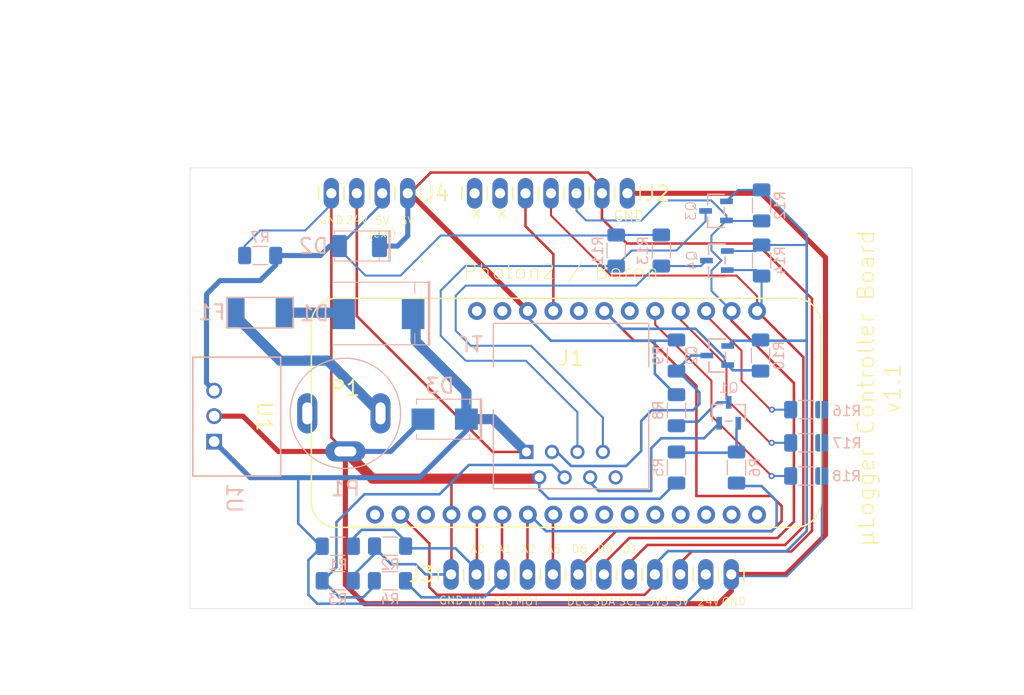
<source format=kicad_pcb>
(kicad_pcb (version 20241229) (generator "pcbnew") (generator_version "9.0")
  (title_block (title "${PROJ_TITLE}") (date "2025-11-13") (rev "${PROJ_REV}"))
  (layers (0 "F.Cu" signal) (2 "B.Cu" signal) (13 "F.Paste" user) (15 "B.Paste" user) (5 "F.SilkS" user "F.Silkscreen") (7 "B.SilkS" user "B.Silkscreen") (1 "F.Mask" user) (3 "B.Mask" user) (25 "Edge.Cuts" user))
  (property "PROJ_AUTHOR" "Sebastian Kopf")
  (property "PROJ_REV" "1.1")
  (property "PROJ_TITLE" "µLogger Controller Board")
  (net 0 "")
  (net 1 "GND")
  (net 2 "/A2-MOTOR")
  (net 3 "/D1-SCL")
  (net 4 "/A0-VIN")
  (net 5 "/D6-DECO")
  (net 6 "/D0-SDA")
  (net 7 "+5Vout")
  (net 8 "/A1-SIGNAL")
  (net 9 "Net-(D1-A)")
  (net 10 "/5V-DECO")
  (net 11 "Net-(F1-Pad2)")
  (net 12 "/5V-SCL")
  (net 13 "/5V-SPEED")
  (net 14 "/SIGNAL")
  (net 15 "/5V-SDA")
  (net 16 "/D10-RST")
  (net 17 "+5V")
  (net 18 "+24V")
  (net 19 "+3V3")
  (net 20 "Net-(Q1-D)")
  (net 21 "Net-(Q1-G)")
  (net 22 "/EN")
  (net 23 "/D2")
  (net 24 "/MISO")
  (net 25 "/MODE")
  (net 26 "/S4")
  (net 27 "/SCK")
  (net 28 "/D4")
  (net 29 "/RX")
  (net 30 "/TX")
  (net 31 "/RST")
  (net 32 "/MOSI")
  (net 33 "/LI+")
  (net 34 "/D7")
  (net 35 "/NC")
  (net 36 "/D5")
  (net 37 "/S3")
  (net 38 "/D3")
  (net 42 "/A5")
  (net 43 "unconnected-(J1-Pad8)")
  (footprint "footprints:MountingHole_2.5mm_M2.5" (layer "F.Cu") (at 164 120.75)
    (property "Reference" "H7" (hide yes))
    (property "Value" "MountingHole_2.5mm_M2.5" (hide yes))
  )
  (footprint "footprints:MountingHole_2.5mm_M2.5" (layer "F.Cu") (at 102.5 121.5)
    (property "Reference" "H4" (hide yes))
    (property "Value" "MountingHole_2.5mm_M2.5" (hide yes))
  )
  (footprint "footprints:PHOTON2" (layer "F.Cu") (at 162.904 115.625 90)
    (property "Reference" "U2" (hide yes))
    (property "Value" "Particle2 / Boron" (hide yes))
  )
  (footprint "footprints:MountingHole_2.5mm_M2.5" (layer "F.Cu") (at 169.5 121.5)
    (property "Reference" "H3" (hide yes))
    (property "Value" "MountingHole_2.5mm_M2.5" (hide yes))
  )
  (footprint "footprints:MountingHole_2.5mm_M2.5" (layer "F.Cu") (at 108 82.75)
    (property "Reference" "H5" (hide yes))
    (property "Value" "MountingHole_2.5mm_M2.5" (hide yes))
  )
  (footprint "footprints:MountingHole_2.5mm_M2.5" (layer "F.Cu") (at 169.5 82)
    (property "Reference" "H2" (hide yes))
    (property "Value" "MountingHole_2.5mm_M2.5" (hide yes))
  )
  (footprint "footprints:PIN_HEADERS_1X12" (layer "F.Cu") (at 140.005 120.321)
    (property "Reference" "J3")
    (property "Value" "Conn_01x12" (hide yes))
  )
  (footprint "footprints:MountingHole_2.5mm_M2.5" (layer "F.Cu") (at 108 120.75)
    (property "Reference" "H8" (hide yes))
    (property "Value" "MountingHole_2.5mm_M2.5" (hide yes))
  )
  (footprint "footprints:MountingHole_2.5mm_M2.5" (layer "F.Cu") (at 164 82.75)
    (property "Reference" "H6" (hide yes))
    (property "Value" "MountingHole_2.5mm_M2.5" (hide yes))
  )
  (footprint "footprints:PIN_HEADERS_1X07" (layer "F.Cu") (at 136 82.29 180)
    (property "Reference" "J2")
    (property "Value" "Conn_01x07" (hide yes))
  )
  (footprint "footprints:PIN_HEADERS_1X04" (layer "F.Cu") (at 117.907 82.29)
    (property "Reference" "J4")
    (property "Value" "PINHD-1X4" (hide yes))
  )
  (footprint "footprints:MountingHole_2.5mm_M2.5" (layer "F.Cu") (at 102.5 82)
    (property "Reference" "H1" (hide yes))
    (property "Value" "MountingHole_2.5mm_M2.5" (hide yes))
  )
  (footprint "footprints:Fuse_1812" (layer "B.Cu") (at 107 94.202 180)
    (property "Reference" "F1")
    (property "Value" "33V/750mA/1.5A")
  )
  (footprint "footprints:R_1206" (layer "B.Cu") (at 107 88.5 180)
    (property "Reference" "R7")
    (property "Value" "10kΩ")
  )
  (footprint "footprints:SOT-23-3" (layer "B.Cu") (at 152.5414 89 -90)
    (property "Reference" "Q4")
    (property "Value" "220mA / 50V" (hide yes))
  )
  (footprint "footprints:SOT-23-3" (layer "B.Cu") (at 152.578 98.477 -90)
    (property "Reference" "Q2")
    (property "Value" "220mA / 50V" (hide yes))
  )
  (footprint "footprints:R_1206" (layer "B.Cu") (at 148.514 109.653 -90)
    (property "Reference" "R5")
    (property "Value" "10kΩ")
  )
  (footprint "footprints:D_DO-214AA_SMB" (layer "B.Cu") (at 125.4 104.827 180)
    (property "Reference" "D3")
    (property "Value" "40V")
  )
  (footprint "footprints:R_1206" (layer "B.Cu") (at 157 89 90)
    (property "Reference" "R14")
    (property "Value" "10kΩ")
  )
  (footprint "footprints:R_1206" (layer "B.Cu") (at 154.5 109.653 90)
    (property "Reference" "R6")
    (property "Value" "150Ω")
  )
  (footprint "footprints:SOT-23-3" (layer "B.Cu") (at 152.4586 84.0475 -90)
    (property "Reference" "Q3")
    (property "Value" "220mA / 50V" (hide yes))
  )
  (footprint "footprints:R_1206" (layer "B.Cu") (at 119.952591 117.5)
    (property "Reference" "R2")
    (property "Value" "10kΩ")
  )
  (footprint "footprints:R_1206" (layer "B.Cu") (at 161.45 110.5 180)
    (property "Reference" "R18")
    (property "Value" "10kΩ")
  )
  (footprint "footprints:PWR_JACK_PJ-064A" (layer "B.Cu") (at 119 104.25 180)
    (property "Reference" "P1")
    (property "Value" "24V / 5A")
  )
  (footprint "footprints:R_1206" (layer "B.Cu") (at 161.45 107.19 180)
    (property "Reference" "R17")
    (property "Value" "10kΩ")
  )
  (footprint "footprints:D_DO-214AB_SMC" (layer "B.Cu") (at 119.0116 94.286 180)
    (property "Reference" "D1")
    (property "Value" "3A/60V/750mV")
  )
  (footprint "footprints:R_1206" (layer "B.Cu") (at 156.896 98.477 90)
    (property "Reference" "R10")
    (property "Value" "10kΩ")
  )
  (footprint "footprints:R_1206" (layer "B.Cu") (at 157 83.5 90)
    (property "Reference" "R12")
    (property "Value" "10kΩ")
  )
  (footprint "footprints:R_1206" (layer "B.Cu") (at 161.45 103.88 180)
    (property "Reference" "R16")
    (property "Value" "10kΩ")
  )
  (footprint "footprints:R_1206" (layer "B.Cu") (at 142.5 88 -90)
    (property "Reference" "R11")
    (property "Value" "10kΩ")
  )
  (footprint "footprints:R_1206" (layer "B.Cu") (at 114.732 120.956)
    (property "Reference" "R3")
    (property "Value" "100kΩ")
  )
  (footprint "footprints:R_1206" (layer "B.Cu") (at 147 88 -90)
    (property "Reference" "R13")
    (property "Value" "10kΩ")
  )
  (footprint "footprints:SOT-23-3" (layer "B.Cu") (at 153.721 104.192 180)
    (property "Reference" "Q1")
    (property "Value" "220mA / 50V" (hide yes))
  )
  (footprint "footprints:R_1206" (layer "B.Cu") (at 114.7422 117.509679)
    (property "Reference" "R1")
    (property "Value" "150kΩ")
  )
  (footprint "footprints:RJ45_A-2014-2-4-N-T-R" (layer "B.Cu") (at 138 101.75)
    (property "Reference" "J1")
    (property "Value" "RJ45")
  )
  (footprint "footprints:R_1206" (layer "B.Cu") (at 148.514 103.938 -90)
    (property "Reference" "R8")
    (property "Value" "1kΩ")
  )
  (footprint "footprints:DC_DC_converter_R-78E5.0-1.0" (layer "B.Cu") (at 102.4139 107.065 90)
    (property "Reference" "U1")
    (property "Value" "8-28V in / 5V 5W out")
  )
  (footprint "footprints:D_DO-214AC_SMA" (layer "B.Cu") (at 116.9016 87.555 180)
    (property "Reference" "D2")
    (property "Value" "1A/40V/500mV")
  )
  (footprint "footprints:R_1206" (layer "B.Cu") (at 148.514 98.477 -90)
    (property "Reference" "R9")
    (property "Value" "10kΩ")
  )
  (footprint "footprints:R_1206" (layer "B.Cu") (at 119.939 120.956)
    (property "Reference" "R4")
    (property "Value" "1kΩ")
  )
  (gr_rect (start 100 79.75) (end 172 123.75) (stroke (width 0.05)) (fill no) (layer "Edge.Cuts"))
  (gr_text "VIN" (at 128.575 123 0) (layer "F.SilkS") (effects (font (size 0.8 0.8) (thickness 0.08))))
  (gr_text "GND" (at 124.765 123.381 0) (layer "F.SilkS") (effects (font (size 0.8 0.8) (thickness 0.08)) (justify left bottom)))
  (gr_text "3V3" (at 145.5 123.5 0) (layer "F.SilkS") (effects (font (size 0.8 0.8) (thickness 0.08)) (justify left bottom)))
  (gr_text "DEC" (at 138.735 123 0) (layer "F.SilkS") (effects (font (size 0.8 0.8) (thickness 0.08))))
  (gr_text "D1" (at 143.923746 117.785095 0) (layer "F.SilkS") (effects (font (size 0.8 0.8) (thickness 0.08))))
  (gr_text "5V\n(ext)" (at 119.184247 84.547536 0) (layer "F.SilkS") (effects (font (size 0.8 0.8) (thickness 0.08)) (justify top)))
  (gr_text "Photon2 / Boron" (at 137 91 0) (layer "F.SilkS") (effects (font (size 1.5 1.5) (thickness 0.1)) (justify bottom)))
  (gr_text "x" (at 128.067 84.761 0) (layer "F.SilkS") (effects (font (size 0.93472 0.93472) (thickness 0.186944) (bold yes)) (justify left bottom)))
  (gr_text "SIG" (at 131.242 123 0) (layer "F.SilkS") (effects (font (size 0.8 0.8) (thickness 0.08))))
  (gr_text "x" (at 130.607 84.761 0) (layer "F.SilkS") (effects (font (size 0.93472 0.93472) (thickness 0.186944) (bold yes)) (justify left bottom)))
  (gr_text "GND" (at 114.097 84.505435 0) (layer "F.SilkS") (effects (font (size 0.8 0.8) (thickness 0.08)) (justify top)))
  (gr_text "24V" (at 150.546 123.5 0) (layer "F.SilkS") (effects (font (size 0.8 0.8) (thickness 0.08)) (justify left bottom)))
  (gr_text "GND" (at 142.164 85.142 0) (layer "F.SilkS") (effects (font (size 1 1) (thickness 0.1)) (justify left bottom)))
  (gr_text "24V" (at 116.637 84.484385 0) (layer "F.SilkS") (effects (font (size 0.8 0.8) (thickness 0.08)) (justify top)))
  (gr_text "5V" (at 148.26 123.5 0) (layer "F.SilkS") (effects (font (size 0.8 0.8) (thickness 0.08)) (justify left bottom)))
  (gr_text "D0" (at 141.383746 117.785095 0) (layer "F.SilkS") (effects (font (size 0.8 0.8) (thickness 0.08))))
  (gr_text "A0" (at 128.683746 117.785095 0) (layer "F.SilkS") (effects (font (size 0.8 0.8) (thickness 0.08))))
  (gr_text "SCL" (at 143.815 123 0) (layer "F.SilkS") (effects (font (size 0.8 0.8) (thickness 0.08))))
  (gr_text "A5" (at 136.303746 117.785095 0) (layer "F.SilkS") (effects (font (size 0.8 0.8) (thickness 0.08))))
  (gr_text "${PROJ_TITLE}\nv${PROJ_REV}" (at 170.9989 101.7464 90) (layer "F.SilkS") (effects (font (size 1.63576 1.63576) (thickness 0.14224)) (justify bottom)))
  (gr_text "SDA" (at 141.275 123 0) (layer "F.SilkS") (effects (font (size 0.8 0.8) (thickness 0.08))))
  (gr_text "5V" (at 121.64712 85.052741 0) (layer "F.SilkS") (effects (font (size 0.8 0.8) (thickness 0.08))))
  (gr_text "A2" (at 133.763746 117.785095 0) (layer "F.SilkS") (effects (font (size 0.8 0.8) (thickness 0.08))))
  (gr_text "MOT" (at 133.655 123 0) (layer "F.SilkS") (effects (font (size 0.8 0.8) (thickness 0.08))))
  (gr_text "GND" (at 152.959 123.5 0) (layer "F.SilkS") (effects (font (size 0.8 0.8) (thickness 0.08)) (justify left bottom)))
  (gr_text "D6" (at 138.843746 117.785095 0) (layer "F.SilkS") (effects (font (size 0.8 0.8) (thickness 0.08))))
  (gr_text "A1" (at 131.350746 117.785095 0) (layer "F.SilkS") (effects (font (size 0.8 0.8) (thickness 0.08))))
  (segment (start 126.074 114.355) (end 126.074 110.767) (width 0.254) (layer "F.Cu") (net 1))
  (segment (start 105.286 104.525) (end 102.4139 104.525) (width 0.508) (layer "F.Cu") (net 1))
  (segment (start 153.975 120.321) (end 153.975 121.972) (width 0.508) (layer "F.Cu") (net 1))
  (segment (start 108.811 108.05) (end 105.286 104.525) (width 0.508) (layer "F.Cu") (net 1))
  (segment (start 134.698 110.767) (end 134.825 110.64) (width 1.016) (layer "F.Cu") (net 1))
  (segment (start 114.097 106.647) (end 115.5 108.05) (width 0.254) (layer "F.Cu") (net 1))
  (segment (start 163.373 116.384) (end 163.373 88.698) (width 0.508) (layer "F.Cu") (net 1))
  (segment (start 126.074 120.282) (end 126.035 120.321) (width 0.254) (layer "F.Cu") (net 1))
  (segment (start 115.5 108.05) (end 108.811 108.05) (width 0.508) (layer "F.Cu") (net 1))
  (segment (start 117.399 123.242) (end 115.5 121.343) (width 0.508) (layer "F.Cu") (net 1))
  (segment (start 126.074 114.355) (end 126.074 120.282) (width 0.254) (layer "F.Cu") (net 1))
  (segment (start 115.5 121.343) (end 115.5 108.05) (width 0.508) (layer "F.Cu") (net 1))
  (segment (start 126.074 110.767) (end 134.698 110.767) (width 1.016) (layer "F.Cu") (net 1))
  (segment (start 153.975 121.972) (end 152.705 123.242) (width 0.508) (layer "F.Cu") (net 1))
  (segment (start 115.5 108.05) (end 118.217 110.767) (width 1.016) (layer "F.Cu") (net 1))
  (segment (start 118.217 110.767) (end 126.074 110.767) (width 1.016) (layer "F.Cu") (net 1))
  (segment (start 152.705 123.242) (end 117.399 123.242) (width 0.508) (layer "F.Cu") (net 1))
  (segment (start 156.965 82.29) (end 143.62 82.29) (width 0.508) (layer "F.Cu") (net 1))
  (segment (start 114.097 82.29) (end 114.097 106.647) (width 0.254) (layer "F.Cu") (net 1))
  (segment (start 153.975 120.321) (end 159.436 120.321) (width 0.508) (layer "F.Cu") (net 1))
  (segment (start 163.373 88.698) (end 156.965 82.29) (width 0.508) (layer "F.Cu") (net 1))
  (segment (start 159.436 120.321) (end 163.373 116.384) (width 0.508) (layer "F.Cu") (net 1))
  (segment (start 116.2074 120.956) (end 116.2074 120.490069) (width 0.254) (layer "B.Cu") (net 1))
  (segment (start 163 107.19) (end 163 110.5) (width 0.2) (layer "B.Cu") (net 1))
  (segment (start 134.825 110.64) (end 134.825 111.825) (width 0.254) (layer "B.Cu") (net 1))
  (segment (start 105.45 87.55) (end 107 86) (width 0.2) (layer "B.Cu") (net 1))
  (segment (start 144.21 82.29) (end 143.62 82.29) (width 0.2) (layer "B.Cu") (net 1))
  (segment (start 118.6008 118.096669) (end 116.2074 120.490069) (width 0.254) (layer "B.Cu") (net 1))
  (segment (start 154.154 120.5) (end 153.975 120.321) (width 0.2) (layer "B.Cu") (net 1))
  (segment (start 163 103.88) (end 163 107.19) (width 0.2) (layer "B.Cu") (net 1))
  (segment (start 114.097 83.403) (end 114.097 82.29) (width 0.2) (layer "B.Cu") (net 1))
  (segment (start 107 86) (end 111.5 86) (width 0.2) (layer "B.Cu") (net 1))
  (segment (start 163 117) (end 159.5 120.5) (width 0.2) (layer "B.Cu") (net 1))
  (segment (start 122.479 119.305) (end 120.066 119.305) (width 0.254) (layer "B.Cu") (net 1))
  (segment (start 135.767599 112.767599) (end 146.874801 112.767599) (width 0.254) (layer "B.Cu") (net 1))
  (segment (start 134.825 111.825) (end 135.767599 112.767599) (width 0.254) (layer "B.Cu") (net 1))
  (segment (start 143.83 82.5) (end 143.62 82.29) (width 0.2) (layer "B.Cu") (net 1))
  (segment (start 146.874801 112.767599) (end 148.514 111.1284) (width 0.254) (layer "B.Cu") (net 1))
  (segment (start 123.2359 104.827) (end 120.0129 108.05) (width 0.508) (layer "B.Cu") (net 1))
  (segment (start 120.0129 108.05) (end 115.5 108.05) (width 0.508) (layer "B.Cu") (net 1))
  (segment (start 159.5 120.5) (end 154.154 120.5) (width 0.2) (layer "B.Cu") (net 1))
  (segment (start 126.035 120.321) (end 123.495 120.321) (width 0.254) (layer "B.Cu") (net 1))
  (segment (start 111.5 86) (end 114.097 83.403) (width 0.2) (layer "B.Cu") (net 1))
  (segment (start 118.6008 117.8398) (end 118.6008 117.715669) (width 0.254) (layer "B.Cu") (net 1))
  (segment (start 163 110.5) (end 163 117) (width 0.2) (layer "B.Cu") (net 1))
  (segment (start 105.45 88.5) (end 105.45 87.55) (width 0.2) (layer "B.Cu") (net 1))
  (segment (start 123.495 120.321) (end 122.479 119.305) (width 0.254) (layer "B.Cu") (net 1))
  (segment (start 120.066 119.305) (end 118.6008 117.8398) (width 0.254) (layer "B.Cu") (net 1))
  (segment (start 118.6008 117.715669) (end 118.6008 118.096669) (width 0.254) (layer "B.Cu") (net 1))
  (segment (start 133.655 120.321) (end 133.655 114.394) (width 0.254) (layer "F.Cu") (net 2))
  (segment (start 133.655 114.394) (end 133.694 114.355) (width 0.254) (layer "F.Cu") (net 2))
  (segment (start 158.5 113) (end 158.5 115.5) (width 0.254) (layer "B.Cu") (net 2))
  (segment (start 158 116) (end 135.508 116) (width 0.254) (layer "B.Cu") (net 2))
  (segment (start 135.508 116) (end 133.694 114.186) (width 0.254) (layer "B.Cu") (net 2))
  (segment (start 133.694 114.186) (end 133.694 114.355) (width 0.254) (layer "B.Cu") (net 2))
  (segment (start 154.5 111.203) (end 154.797 111.5) (width 0.254) (layer "B.Cu") (net 2))
  (segment (start 158.5 115.5) (end 158 116) (width 0.254) (layer "B.Cu") (net 2))
  (segment (start 154.797 111.5) (end 157 111.5) (width 0.254) (layer "B.Cu") (net 2))
  (segment (start 157 111.5) (end 158.5 113) (width 0.254) (layer "B.Cu") (net 2))
  (segment (start 158.587009 116.69047) (end 160.222902 115.054577) (width 0.254) (layer "F.Cu") (net 3))
  (segment (start 143.80953 116.69047) (end 158.587009 116.69047) (width 0.254) (layer "F.Cu") (net 3))
  (segment (start 141.275 120.321) (end 141.275 119.225) (width 0.254) (layer "F.Cu") (net 3))
  (segment (start 154 94.049) (end 154.014 94.035) (width 0.254) (layer "F.Cu") (net 3))
  (segment (start 141.275 120.321) (end 141.275 119.178) (width 0.254) (layer "F.Cu") (net 3))
  (segment (start 141.275 119.225) (end 143.80953 116.69047) (width 0.254) (layer "F.Cu") (net 3))
  (segment (start 160.222902 101.222902) (end 154 95) (width 0.254) (layer "F.Cu") (net 3))
  (segment (start 160.222902 115.054577) (end 160.222902 101.222902) (width 0.254) (layer "F.Cu") (net 3))
  (segment (start 154 95) (end 154 94.049) (width 0.254) (layer "F.Cu") (net 3))
  (segment (start 153 89) (end 152 88) (width 0.2) (layer "B.Cu") (net 3))
  (segment (start 147 83) (end 145 85) (width 0.2) (layer "B.Cu") (net 3))
  (segment (start 153.5 84.5206) (end 151.9794 83) (width 0.2) (layer "B.Cu") (net 3))
  (segment (start 157 85.05) (end 153.55 85.05) (width 0.2) (layer "B.Cu") (net 3))
  (segment (start 153.5 85) (end 153.5 84.5206) (width 0.2) (layer "B.Cu") (net 3))
  (segment (start 139.5 85) (end 138.54 84.04) (width 0.2) (layer "B.Cu") (net 3))
  (segment (start 151.9794 83) (end 147 83) (width 0.2) (layer "B.Cu") (net 3))
  (segment (start 152 86.5) (end 153.5 85) (width 0.2) (layer "B.Cu") (net 3))
  (segment (start 145 85) (end 139.5 85) (width 0.2) (layer "B.Cu") (net 3))
  (segment (start 138.54 84.04) (end 138.54 82.29) (width 0.2) (layer "B.Cu") (net 3))
  (segment (start 152 92.021) (end 152 90) (width 0.2) (layer "B.Cu") (net 3))
  (segment (start 153.55 85.05) (end 153.5 85) (width 0.2) (layer "B.Cu") (net 3))
  (segment (start 152 90) (end 153 89) (width 0.2) (layer "B.Cu") (net 3))
  (segment (start 154.014 94.035) (end 152 92.021) (width 0.2) (layer "B.Cu") (net 3))
  (segment (start 152 88) (end 152 86.5) (width 0.2) (layer "B.Cu") (net 3))
  (segment (start 128.614 114.355) (end 128.614 120.282) (width 0.254) (layer "F.Cu") (net 4))
  (segment (start 128.614 120.282) (end 128.575 120.321) (width 0.254) (layer "F.Cu") (net 4))
  (segment (start 121.587243 117.715669) (end 126.477668 117.715669) (width 0.254) (layer "B.Cu") (net 4))
  (segment (start 126.477668 117.715669) (end 128.575 119.813) (width 0.254) (layer "B.Cu") (net 4))
  (segment (start 120.376 115.876) (end 121.502591 117.002591) (width 0.254) (layer "B.Cu") (net 4))
  (segment (start 121.502591 117.002591) (end 121.502591 117.800321) (width 0.254) (layer "B.Cu") (net 4))
  (segment (start 117.124 115.876) (end 120.376 115.876) (width 0.254) (layer "B.Cu") (net 4))
  (segment (start 116.2922 117.509679) (end 116.2922 116.7078) (width 0.254) (layer "B.Cu") (net 4))
  (segment (start 128.575 119.813) (end 128.575 120.321) (width 0.254) (layer "B.Cu") (net 4))
  (segment (start 116.2176 117.81) (end 116.2176 117.584279) (width 0.254) (layer "B.Cu") (net 4))
  (segment (start 116.2176 117.584279) (end 116.2922 117.509679) (width 0.254) (layer "B.Cu") (net 4))
  (segment (start 116.2922 116.7078) (end 117.124 115.876) (width 0.254) (layer "B.Cu") (net 4))
  (segment (start 121.502591 117.800321) (end 121.587243 117.715669) (width 0.254) (layer "B.Cu") (net 4))
  (segment (start 159 115) (end 159 113.5) (width 0.254) (layer "F.Cu") (net 5))
  (segment (start 158 112.5) (end 150.5 112.5) (width 0.254) (layer "F.Cu") (net 5))
  (segment (start 144.279 97) (end 141.314 94.035) (width 0.254) (layer "F.Cu") (net 5))
  (segment (start 150.5 101.5) (end 146 97) (width 0.254) (layer "F.Cu") (net 5))
  (segment (start 138.735 119.765) (end 142.5 116) (width 0.254) (layer "F.Cu") (net 5))
  (segment (start 146 97) (end 144.279 97) (width 0.254) (layer "F.Cu") (net 5))
  (segment (start 138.735 120.321) (end 138.735 119.765) (width 0.2) (layer "F.Cu") (net 5))
  (segment (start 150.5 112.5) (end 150.5 101.5) (width 0.254) (layer "F.Cu") (net 5))
  (segment (start 142.5 116) (end 158 116) (width 0.254) (layer "F.Cu") (net 5))
  (segment (start 159 113.5) (end 158 112.5) (width 0.254) (layer "F.Cu") (net 5))
  (segment (start 158 116) (end 159 115) (width 0.254) (layer "F.Cu") (net 5))
  (segment (start 143.089 95.81) (end 141.314 94.035) (width 0.254) (layer "B.Cu") (net 5))
  (segment (start 154.1423 99.9524) (end 153.6194 99.4295) (width 0.254) (layer "B.Cu") (net 5))
  (segment (start 153.6194 99.4295) (end 153.34 99.1501) (width 0.254) (layer "B.Cu") (net 5))
  (segment (start 153.34 99.1501) (end 153.34 98.731) (width 0.254) (layer "B.Cu") (net 5))
  (segment (start 156.8214 99.9524) (end 154.1423 99.9524) (width 0.254) (layer "B.Cu") (net 5))
  (segment (start 153.34 98.731) (end 150.419 95.81) (width 0.254) (layer "B.Cu") (net 5))
  (segment (start 156.896 100.027) (end 156.8214 99.9524) (width 0.254) (layer "B.Cu") (net 5))
  (segment (start 150.419 95.81) (end 143.089 95.81) (width 0.254) (layer "B.Cu") (net 5))
  (segment (start 156.554 92.554) (end 154.5 90.5) (width 0.2) (layer "F.Cu") (net 6))
  (segment (start 143.815 120.321) (end 143.815 119.185) (width 0.254) (layer "F.Cu") (net 6))
  (segment (start 161.166985 98.647985) (end 156.554 94.035) (width 0.254) (layer "F.Cu") (net 6))
  (segment (start 154.5 90.5) (end 142 90.5) (width 0.2) (layer "F.Cu") (net 6))
  (segment (start 136 84.5) (end 136 82.29) (width 0.2) (layer "F.Cu") (net 6))
  (segment (start 156.554 94.035) (end 156.554 92.554) (width 0.2) (layer "F.Cu") (net 6))
  (segment (start 143.815 119.185) (end 145.618468 117.381532) (width 0.254) (layer "F.Cu") (net 6))
  (segment (start 145.618468 117.381532) (end 159.339839 117.381532) (width 0.254) (layer "F.Cu") (net 6))
  (segment (start 143.815 120.321) (end 143.815 118.924) (width 0.254) (layer "F.Cu") (net 6))
  (segment (start 142 90.5) (end 136 84.5) (width 0.2) (layer "F.Cu") (net 6))
  (segment (start 159.339839 117.381532) (end 161.166985 115.554386) (width 0.254) (layer "F.Cu") (net 6))
  (segment (start 161.166985 115.554386) (end 161.166985 98.647985) (width 0.254) (layer "F.Cu") (net 6))
  (segment (start 157 90.55) (end 157 93.589) (width 0.2) (layer "B.Cu") (net 6))
  (segment (start 157 90.55) (end 157 90.5) (width 0.2) (layer "B.Cu") (net 6))
  (segment (start 157 90.5) (end 156.4525 89.9525) (width 0.2) (layer "B.Cu") (net 6))
  (segment (start 156.4525 89.9525) (end 153.5828 89.9525) (width 0.2) (layer "B.Cu") (net 6))
  (segment (start 136 82.29) (end 136 81.4) (width 0.254) (layer "B.Cu") (net 6))
  (segment (start 157 93.589) (end 156.554 94.035) (width 0.2) (layer "B.Cu") (net 6))
  (segment (start 156.554 93.946) (end 156.554 94.035) (width 0.2) (layer "B.Cu") (net 6))
  (segment (start 114.9016 87.555) (end 115.494 87.555) (width 0.254) (layer "B.Cu") (net 7))
  (segment (start 121 90.5) (end 117.5 90.5) (width 0.2) (layer "B.Cu") (net 7))
  (segment (start 114.9016 87.555) (end 119.177 83.2796) (width 0.254) (layer "B.Cu") (net 7))
  (segment (start 142.5 86.45) (end 142.45 86.5) (width 0.2) (layer "B.Cu") (net 7))
  (segment (start 108.55 88.5) (end 113 88.5) (width 0.508) (layer "B.Cu") (net 7))
  (segment (start 142.45 86.5) (end 125 86.5) (width 0.2) (layer "B.Cu") (net 7))
  (segment (start 117.5 90.5) (end 114.9354 87.9354) (width 0.2) (layer "B.Cu") (net 7))
  (segment (start 125 86.5) (end 121 90.5) (width 0.2) (layer "B.Cu") (net 7))
  (segment (start 101.651 92.349) (end 103 91) (width 0.508) (layer "B.Cu") (net 7))
  (segment (start 113.945 87.555) (end 114.3672 87.555) (width 0.508) (layer "B.Cu") (net 7))
  (segment (start 147 86.45) (end 142.5 86.45) (width 0.2) (layer "B.Cu") (net 7))
  (segment (start 107 91) (end 108.55 89.45) (width 0.508) (layer "B.Cu") (net 7))
  (segment (start 113 88.5) (end 113.945 87.555) (width 0.508) (layer "B.Cu") (net 7))
  (segment (start 108.55 89.45) (end 108.55 88.5) (width 0.508) (layer "B.Cu") (net 7))
  (segment (start 114.9354 87.9354) (end 114.9016 87.9354) (width 0.2) (layer "B.Cu") (net 7))
  (segment (start 119.177 83.2796) (end 119.177 82.29) (width 0.254) (layer "B.Cu") (net 7))
  (segment (start 101.651 101.2221) (end 101.651 92.349) (width 0.508) (layer "B.Cu") (net 7))
  (segment (start 102.4139 101.985) (end 101.651 101.2221) (width 0.508) (layer "B.Cu") (net 7))
  (segment (start 103 91) (end 107 91) (width 0.508) (layer "B.Cu") (net 7))
  (segment (start 131.115 114.394) (end 131.154 114.355) (width 0.254) (layer "F.Cu") (net 8))
  (segment (start 131.115 120.321) (end 131.115 114.394) (width 0.254) (layer "F.Cu") (net 8))
  (segment (start 123.0654 122.607) (end 129.337 122.607) (width 0.254) (layer "B.Cu") (net 8))
  (segment (start 121.4144 120.956) (end 123.0654 122.607) (width 0.254) (layer "B.Cu") (net 8))
  (segment (start 129.337 122.607) (end 131.115 120.829) (width 0.254) (layer "B.Cu") (net 8))
  (segment (start 131.115 120.829) (end 131.115 120.321) (width 0.254) (layer "B.Cu") (net 8))
  (segment (start 115.5866 94.286) (end 115.5026 94.202) (width 1.016) (layer "B.Cu") (net 9))
  (segment (start 115.3393 94.286) (end 115.5866 94.286) (width 1.016) (layer "B.Cu") (net 9))
  (segment (start 115.5026 94.202) (end 109.3876 94.202) (width 1.016) (layer "B.Cu") (net 9))
  (segment (start 145 105) (end 145 108) (width 0.254) (layer "B.Cu") (net 10))
  (segment (start 146.062 103.938) (end 145 105) (width 0.254) (layer "B.Cu") (net 10))
  (segment (start 150.8 102.16) (end 150.8 103.303) (width 0.254) (layer "B.Cu") (net 10))
  (segment (start 149.9894 98.477) (end 148.514 99.9524) (width 0.254) (layer "B.Cu") (net 10))
  (segment (start 143.5 109.5) (end 138.001 109.5) (width 0.254) (layer "B.Cu") (net 10))
  (segment (start 151.5366 98.477) (end 149.9894 98.477) (width 0.254) (layer "B.Cu") (net 10))
  (segment (start 136.601 108.1) (end 136.095 108.1) (width 0.254) (layer "B.Cu") (net 10))
  (segment (start 150.165 103.938) (end 146.062 103.938) (width 0.254) (layer "B.Cu") (net 10))
  (segment (start 150.8 103.303) (end 150.165 103.938) (width 0.254) (layer "B.Cu") (net 10))
  (segment (start 138.001 109.5) (end 136.601 108.1) (width 0.254) (layer "B.Cu") (net 10))
  (segment (start 148.5924 99.9524) (end 150.8 102.16) (width 0.254) (layer "B.Cu") (net 10))
  (segment (start 145 108) (end 143.5 109.5) (width 0.254) (layer "B.Cu") (net 10))
  (segment (start 148.514 99.9524) (end 148.5924 99.9524) (width 0.254) (layer "B.Cu") (net 10))
  (segment (start 104.6124 94.6124) (end 104.6124 94.202) (width 1.016) (layer "B.Cu") (net 11))
  (segment (start 111.5 99) (end 109 99) (width 1.016) (layer "B.Cu") (net 11))
  (segment (start 111.515 98.985) (end 111.5 99) (width 1.016) (layer "B.Cu") (net 11))
  (segment (start 113.735 98.985) (end 111.515 98.985) (width 1.016) (layer "B.Cu") (net 11))
  (segment (start 109 99) (end 104.6124 94.6124) (width 1.016) (layer "B.Cu") (net 11))
  (segment (start 119 104.25) (end 113.735 98.985) (width 1.016) (layer "B.Cu") (net 11))
  (segment (start 133.5 99) (end 138.635 104.135) (width 0.2) (layer "B.Cu") (net 12))
  (segment (start 127.5 99) (end 133.5 99) (width 0.2) (layer "B.Cu") (net 12))
  (segment (start 125 92) (end 125 96.5) (width 0.2) (layer "B.Cu") (net 12))
  (segment (start 148.5 88) (end 144.05 88) (width 0.2) (layer "B.Cu") (net 12))
  (segment (start 127.45 89.55) (end 142.5 89.55) (width 0.2) (layer "B.Cu") (net 12))
  (segment (start 144.05 88) (end 142.5 89.55) (width 0.2) (layer "B.Cu") (net 12))
  (segment (start 138.635 104.135) (end 138.635 108.1) (width 0.2) (layer "B.Cu") (net 12))
  (segment (start 125 92) (end 127.45 89.55) (width 0.2) (layer "B.Cu") (net 12))
  (segment (start 125 96.5) (end 127.5 99) (width 0.2) (layer "B.Cu") (net 12))
  (segment (start 151.4172 84.0475) (end 151.4172 85.0828) (width 0.2) (layer "B.Cu") (net 12))
  (segment (start 151.4172 85.0828) (end 148.5 88) (width 0.2) (layer "B.Cu") (net 12))
  (segment (start 146.99 106.732) (end 151.2699 106.732) (width 0.254) (layer "B.Cu") (net 13))
  (segment (start 146 112) (end 146 107.722) (width 0.254) (layer "B.Cu") (net 13))
  (segment (start 139.905 110.64) (end 139.905 111.1465) (width 0.254) (layer "B.Cu") (net 13))
  (segment (start 140.7585 112) (end 146 112) (width 0.254) (layer "B.Cu") (net 13))
  (segment (start 151.2699 106.732) (end 152.7685 105.2334) (width 0.254) (layer "B.Cu") (net 13))
  (segment (start 146 107.722) (end 146.99 106.732) (width 0.254) (layer "B.Cu") (net 13))
  (segment (start 139.905 111.1465) (end 140.7585 112) (width 0.254) (layer "B.Cu") (net 13))
  (segment (start 117.272 122.607) (end 118.4636 121.4154) (width 0.254) (layer "B.Cu") (net 14))
  (segment (start 117.399 112.32) (end 114.605 115.114) (width 0.254) (layer "B.Cu") (net 14))
  (segment (start 114.9076 122.607) (end 117.272 122.607) (width 0.254) (layer "B.Cu") (net 14))
  (segment (start 124.892 112.32) (end 117.399 112.32) (width 0.254) (layer "B.Cu") (net 14))
  (segment (start 127.813 109.399) (end 124.892 112.32) (width 0.254) (layer "B.Cu") (net 14))
  (segment (start 114.605 119.6076) (end 113.2566 120.956) (width 0.254) (layer "B.Cu") (net 14))
  (segment (start 113.2566 120.956) (end 114.9076 122.607) (width 0.254) (layer "B.Cu") (net 14))
  (segment (start 137.365 110.64) (end 136.124 109.399) (width 0.254) (layer "B.Cu") (net 14))
  (segment (start 136.124 109.399) (end 127.813 109.399) (width 0.254) (layer "B.Cu") (net 14))
  (segment (start 118.4636 121.4154) (end 118.4636 120.956) (width 0.254) (layer "B.Cu") (net 14))
  (segment (start 114.605 115.114) (end 114.605 119.6076) (width 0.254) (layer "B.Cu") (net 14))
  (segment (start 141.275 108) (end 141.175 108.1) (width 0.254) (layer "F.Cu") (net 15))
  (segment (start 141.175 104.675) (end 141.175 108.1) (width 0.2) (layer "B.Cu") (net 15))
  (segment (start 126.5 92.5) (end 126.5 96) (width 0.2) (layer "B.Cu") (net 15))
  (segment (start 126.5 96) (end 128 97.5) (width 0.2) (layer "B.Cu") (net 15))
  (segment (start 146.45 89.55) (end 147 89.55) (width 0.2) (layer "B.Cu") (net 15))
  (segment (start 147 89.55) (end 150.95 89.55) (width 0.2) (layer "B.Cu") (net 15))
  (segment (start 127.5 91.5) (end 144.5 91.5) (width 0.2) (layer "B.Cu") (net 15))
  (segment (start 134 97.5) (end 141.175 104.675) (width 0.2) (layer "B.Cu") (net 15))
  (segment (start 144.5 91.5) (end 146.45 89.55) (width 0.2) (layer "B.Cu") (net 15))
  (segment (start 150.95 89.55) (end 151.5 89) (width 0.2) (layer "B.Cu") (net 15))
  (segment (start 147.5025 89.0475) (end 147 89.55) (width 0.2) (layer "B.Cu") (net 15))
  (segment (start 128 97.5) (end 134 97.5) (width 0.2) (layer "B.Cu") (net 15))
  (segment (start 126.5 92.5) (end 127.5 91.5) (width 0.2) (layer "B.Cu") (net 15))
  (segment (start 133.46 85.582) (end 133.46 82.29) (width 0.254) (layer "F.Cu") (net 16))
  (segment (start 136.234 94.035) (end 136.234 88.356) (width 0.254) (layer "F.Cu") (net 16))
  (segment (start 136.234 88.356) (end 133.46 85.582) (width 0.254) (layer "F.Cu") (net 16))
  (segment (start 148.895 119.178) (end 150.038 118.035) (width 0.254) (layer "F.Cu") (net 17))
  (segment (start 150.038 118.035) (end 159.965 118.035) (width 0.254) (layer "F.Cu") (net 17))
  (segment (start 121.937188 82.29) (end 121.717 82.29) (width 0.254) (layer "F.Cu") (net 17))
  (segment (start 141.08 81.58) (end 139.718686 80.218686) (width 0.254) (layer "F.Cu") (net 17))
  (segment (start 162.027767 115.972233) (end 162.027767 92.813767) (width 0.254) (layer "F.Cu") (net 17))
  (segment (start 143.561 87.301) (end 141.08 84.82) (width 0.254) (layer "F.Cu") (net 17))
  (segment (start 141.08 84.82) (end 141.08 82.29) (width 0.254) (layer "F.Cu") (net 17))
  (segment (start 124 80.227188) (end 121.937188 82.29) (width 0.254) (layer "F.Cu") (net 17))
  (segment (start 156.515 87.301) (end 143.561 87.301) (width 0.254) (layer "F.Cu") (net 17))
  (segment (start 162.027767 92.813767) (end 156.515 87.301) (width 0.254) (layer "F.Cu") (net 17))
  (segment (start 141.08 82.29) (end 141.08 81.58) (width 0.254) (layer "F.Cu") (net 17))
  (segment (start 121.949 82.29) (end 133.694 94.035) (width 0.508) (layer "F.Cu") (net 17))
  (segment (start 139.718686 80.218686) (end 124 80.218686) (width 0.254) (layer "F.Cu") (net 17))
  (segment (start 124 80.218686) (end 124 80.227188) (width 0.254) (layer "F.Cu") (net 17))
  (segment (start 159.965 118.035) (end 162.027767 115.972233) (width 0.254) (layer "F.Cu") (net 17))
  (segment (start 121.717 82.29) (end 121.949 82.29) (width 0.508) (layer "F.Cu") (net 17))
  (segment (start 148.895 120.321) (end 148.895 119.178) (width 0.254) (layer "F.Cu") (net 17))
  (segment (start 146.355 97.6366) (end 146.355 97.0016) (width 0.254) (layer "B.Cu") (net 17))
  (segment (start 118.9016 87.555) (end 120.701 87.555) (width 0.508) (layer "B.Cu") (net 17))
  (segment (start 148.514 102.4626) (end 146.355 100.3036) (width 0.254) (layer "B.Cu") (net 17))
  (segment (start 148.514 97.0016) (end 146.355 97.0016) (width 0.254) (layer "B.Cu") (net 17))
  (segment (start 136.0016 97.0016) (end 133.694 94.694) (width 0.254) (layer "B.Cu") (net 17))
  (segment (start 133.694 94.694) (end 133.694 94.035) (width 0.254) (layer "B.Cu") (net 17))
  (segment (start 121.717 86.539) (end 121.717 82.29) (width 0.508) (layer "B.Cu") (net 17))
  (segment (start 146.355 97.0016) (end 136.0016 97.0016) (width 0.254) (layer "B.Cu") (net 17))
  (segment (start 146.355 100.3036) (end 146.355 97.6366) (width 0.254) (layer "B.Cu") (net 17))
  (segment (start 120.701 87.555) (end 121.717 86.539) (width 0.508) (layer "B.Cu") (net 17))
  (segment (start 130.197 108.1) (end 133.555 108.1) (width 0.254) (layer "F.Cu") (net 18))
  (segment (start 116.637 94.54) (end 130.197 108.1) (width 0.254) (layer "F.Cu") (net 18))
  (segment (start 116.637 82.29) (end 116.637 94.54) (width 0.254) (layer "F.Cu") (net 18))
  (segment (start 102.4139 107.065) (end 106.0179 110.669) (width 0.508) (layer "B.Cu") (net 18))
  (segment (start 110.922 110.669) (end 110.795 110.796) (width 0.254) (layer "B.Cu") (net 18))
  (segment (start 113.1922 117.509679) (end 111.811 118.890879) (width 0.254) (layer "B.Cu") (net 18))
  (segment (start 127.5641 105.9649) (end 127.5641 104.827) (width 0.508) (layer "B.Cu") (net 18))
  (segment (start 110.795 115.241) (end 113.063679 117.509679) (width 0.254) (layer "B.Cu") (net 18))
  (segment (start 122.86 110.669) (end 127.5641 105.9649) (width 0.508) (layer "B.Cu") (net 18))
  (segment (start 127.5641 102.1091) (end 122.5 97.045) (width 1.016) (layer "B.Cu") (net 18))
  (segment (start 111.811 122.353) (end 112.7 123.242) (width 0.254) (layer "B.Cu") (net 18))
  (segment (start 110.922 110.669) (end 122.86 110.669) (width 0.508) (layer "B.Cu") (net 18))
  (segment (start 112.7 123.242) (end 149.403 123.242) (width 0.254) (layer "B.Cu") (net 18))
  (segment (start 130.224 104.827) (end 133.526 108.129) (width 1.016) (layer "B.Cu") (net 18))
  (segment (start 110.795 110.796) (end 110.795 115.241) (width 0.254) (layer "B.Cu") (net 18))
  (segment (start 111.811 118.890879) (end 111.811 122.353) (width 0.254) (layer "B.Cu") (net 18))
  (segment (start 149.403 123.242) (end 151.435 121.21) (width 0.254) (layer "B.Cu") (net 18))
  (segment (start 122.5 97.045) (end 122.5 94.5333) (width 1.016) (layer "B.Cu") (net 18))
  (segment (start 133.526 108.129) (end 133.555 108.1) (width 0.508) (layer "B.Cu") (net 18))
  (segment (start 113.063679 117.509679) (end 113.1922 117.509679) (width 0.254) (layer "B.Cu") (net 18))
  (segment (start 106.0179 110.669) (end 110.922 110.669) (width 0.508) (layer "B.Cu") (net 18))
  (segment (start 127.5641 104.827) (end 127.5641 102.1091) (width 1.016) (layer "B.Cu") (net 18))
  (segment (start 151.435 121.21) (end 151.435 120.321) (width 0.254) (layer "B.Cu") (net 18))
  (segment (start 130.224 104.827) (end 127.5641 104.827) (width 1.016) (layer "B.Cu") (net 18))
  (segment (start 145.339 122.353) (end 146.355 121.337) (width 0.254) (layer "F.Cu") (net 19))
  (segment (start 120.994 114.355) (end 123.876 117.237) (width 0.254) (layer "F.Cu") (net 19))
  (segment (start 124.638 122.353) (end 145.339 122.353) (width 0.254) (layer "F.Cu") (net 19))
  (segment (start 123.876 121.591) (end 124.638 122.353) (width 0.254) (layer "F.Cu") (net 19))
  (segment (start 123.876 117.237) (end 123.876 121.591) (width 0.254) (layer "F.Cu") (net 19))
  (segment (start 146.355 121.337) (end 146.355 120.321) (width 0.254) (layer "F.Cu") (net 19))
  (segment (start 161.5 116) (end 161.5 100.5) (width 0.254) (layer "B.Cu") (net 19))
  (segment (start 154.195 82.4) (end 153.5 83.095) (width 0.254) (layer "B.Cu") (net 19))
  (segment (start 158 97) (end 157.9984 97.0016) (width 0.254) (layer "B.Cu") (net 19))
  (segment (start 146.355 119.305) (end 147.66 118) (width 0.254) (layer "B.Cu") (net 19))
  (segment (start 159.5 117.972) (end 159.5 118) (width 0.254) (layer "B.Cu") (net 19))
  (segment (start 161.5 97) (end 158 97) (width 0.254) (layer "B.Cu") (net 19))
  (segment (start 157 81.95) (end 154.645 81.95) (width 0.2) (layer "B.Cu") (net 19))
  (segment (start 153.5828 88.0475) (end 156.4025 88.0475) (width 0.2) (layer "B.Cu") (net 19))
  (segment (start 159.5 118) (end 161.5 116) (width 0.254) (layer "B.Cu") (net 19))
  (segment (start 154.645 81.95) (end 154.195 82.4) (width 0.2) (layer "B.Cu") (net 19))
  (segment (start 161.5 87.5) (end 161.5 86.45) (width 0.254) (layer "B.Cu") (net 19))
  (segment (start 156.4025 88.0475) (end 157 87.45) (width 0.2) (layer "B.Cu") (net 19))
  (segment (start 146.355 120.321) (end 146.355 119.305) (width 0.254) (layer "B.Cu") (net 19))
  (segment (start 147.66 118) (end 159.472 118) (width 0.254) (layer "B.Cu") (net 19))
  (segment (start 161.5 86.45) (end 157 81.95) (width 0.254) (layer "B.Cu") (net 19))
  (segment (start 154.1423 97.0016) (end 153.6194 97.5245) (width 0.254) (layer "B.Cu") (net 19))
  (segment (start 157.9984 97.0016) (end 154.1423 97.0016) (width 0.254) (layer "B.Cu") (net 19))
  (segment (start 161.5 97) (end 161.5 87.5) (width 0.254) (layer "B.Cu") (net 19))
  (segment (start 159.472 118) (end 159.5 117.972) (width 0.254) (layer "B.Cu") (net 19))
  (segment (start 157 87.45) (end 161.45 87.45) (width 0.2) (layer "B.Cu") (net 19))
  (segment (start 161.5 97) (end 161.5 100.5) (width 0.254) (layer "B.Cu") (net 19))
  (segment (start 161.45 87.45) (end 161.5 87.5) (width 0.2) (layer "B.Cu") (net 19))
  (segment (start 148.8464 105.081) (end 150.673 105.081) (width 0.254) (layer "B.Cu") (net 20))
  (segment (start 152.6034 103.1506) (end 153.721 103.1506) (width 0.254) (layer "B.Cu") (net 20))
  (segment (start 148.514 105.4134) (end 148.8464 105.081) (width 0.254) (layer "B.Cu") (net 20))
  (segment (start 150.673 105.081) (end 152.6034 103.1506) (width 0.254) (layer "B.Cu") (net 20))
  (segment (start 154.5 108.103) (end 154.5 105.8746) (width 0.254) (layer "B.Cu") (net 21))
  (segment (start 154.6735 105.7011) (end 154.6735 105.2334) (width 0.254) (layer "B.Cu") (net 21))
  (segment (start 154.5 105.8746) (end 154.6735 105.7011) (width 0.254) (layer "B.Cu") (net 21))
  (segment (start 154.4254 108.1776) (end 154.5 108.103) (width 0.254) (layer "B.Cu") (net 21))
  (segment (start 148.514 108.1776) (end 154.4254 108.1776) (width 0.254) (layer "B.Cu") (net 21))
  (segment (start 158.031136 103.88) (end 157.88 103.88) (width 0.2) (layer "F.Cu") (net 23))
  (segment (start 155 101) (end 155 98) (width 0.2) (layer "F.Cu") (net 23))
  (segment (start 157.88 103.88) (end 155 101) (width 0.2) (layer "F.Cu") (net 23))
  (segment (start 155 98) (end 151.474 94.474) (width 0.2) (layer "F.Cu") (net 23))
  (segment (start 151.474 94.474) (end 151.474 94.035) (width 0.2) (layer "F.Cu") (net 23))
  (via (at 158.031136 103.88) (size 0.6) (drill 0.3) (layers "F.Cu" "B.Cu") (net 23))
  (segment (start 158.031136 103.88) (end 158.028395 103.877259) (width 0.2) (layer "B.Cu") (net 23))
  (segment (start 159.9 103.88) (end 158.031136 103.88) (width 0.2) (layer "B.Cu") (net 23))
  (segment (start 146.394 95.394) (end 146.394 94.035) (width 0.2) (layer "F.Cu") (net 28))
  (segment (start 158 110.5) (end 152 104.5) (width 0.2) (layer "F.Cu") (net 28))
  (segment (start 152 104.5) (end 152 101) (width 0.2) (layer "F.Cu") (net 28))
  (segment (start 152 101) (end 146.394 95.394) (width 0.2) (layer "F.Cu") (net 28))
  (via (at 158 110.5) (size 0.6) (drill 0.3) (layers "F.Cu" "B.Cu") (net 28))
  (segment (start 159.9 110.5) (end 158 110.5) (width 0.2) (layer "B.Cu") (net 28))
  (segment (start 153.5 102.84016) (end 153.5 99.5) (width 0.2) (layer "F.Cu") (net 38))
  (segment (start 158.013986 107.233566) (end 157.893406 107.233566) (width 0.2) (layer "F.Cu") (net 38))
  (segment (start 148.934 94.934) (end 148.934 94.035) (width 0.2) (layer "F.Cu") (net 38))
  (segment (start 153.5 99.5) (end 148.934 94.934) (width 0.2) (layer "F.Cu") (net 38))
  (segment (start 157.893406 107.233566) (end 153.5 102.84016) (width 0.2) (layer "F.Cu") (net 38))
  (via (at 158.009679 107.19) (size 0.6) (drill 0.3) (layers "F.Cu" "B.Cu") (net 38))
  (segment (start 159.9 107.19) (end 158.009679 107.19) (width 0.2) (layer "B.Cu") (net 38))
  (segment (start 136.195 120.321) (end 136.195 114.394) (width 0.254) (layer "F.Cu") (net 42))
  (segment (start 136.195 114.394) (end 136.234 114.355) (width 0.254) (layer "F.Cu") (net 42))
  (segment (start 142.445 111.15) (end 142.445 110.64) (width 0.254) (layer "F.Cu") (net 43))
)
</source>
